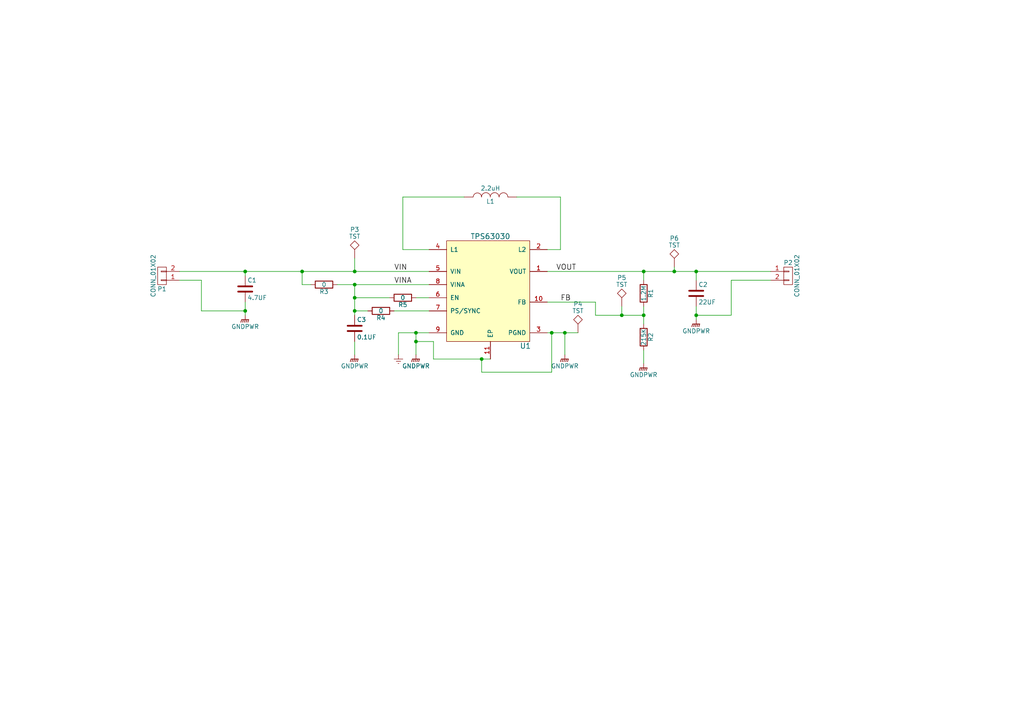
<source format=kicad_sch>
(kicad_sch (version 20230121) (generator eeschema)
  (paper "A4")
  (lib_symbols
    (symbol "PowerSwap-rescue:C" (pin_numbers hide) (pin_names (offset 0.254))
      (property "Reference" "C" (at 0.635 2.54 0))
      (property "Value" "C" (at 0.635 -2.54 0))
      (symbol "C_0_1"
        (polyline (pts (xy -2.032 -0.762) (xy 2.032 -0.762)) (stroke (width 0.508)))
        (polyline (pts (xy -2.032 0.762) (xy 2.032 0.762)) (stroke (width 0.508)))
      )
      (symbol "C_1_1"
        (pin passive line (at 0 3.81 270) (length 2.794) (name "~") (number "1"))
        (pin passive line (at 0 -3.81 90) (length 2.794) (name "~") (number "2"))
      )
    )
    (symbol "PowerSwap-rescue:CONN_01X02" (pin_names (offset 1.016) hide)
      (property "Reference" "P" (at 0 3.81 0))
      (property "Value" "CONN_01X02" (at 2.54 0 90))
      (symbol "CONN_01X02_0_1"
        (rectangle (start -1.27 -1.143) (end 0.254 -1.397))
        (rectangle (start -1.27 1.397) (end 0.254 1.143))
        (rectangle (start -1.27 2.54) (end 1.27 -2.54))
      )
      (symbol "CONN_01X02_1_1"
        (pin passive line (at -5.08 1.27 0) (length 3.81) (name "P1") (number "1"))
        (pin passive line (at -5.08 -1.27 0) (length 3.81) (name "P2") (number "2"))
      )
    )
    (symbol "PowerSwap-rescue:Earth" (power) (pin_names (offset 0))
      (symbol "Earth_0_1"
        (polyline (pts (xy -0.635 -1.905) (xy 0.635 -1.905)))
        (polyline (pts (xy -0.127 -2.54) (xy 0.127 -2.54)))
        (polyline (pts (xy 0 -1.27) (xy 0 0)))
        (polyline (pts (xy 1.27 -1.27) (xy -1.27 -1.27)))
      )
      (symbol "Earth_1_1"
        (pin power_in line (at 0 0 270) (length 0) hide (name "Earth") (number "1"))
      )
    )
    (symbol "PowerSwap-rescue:GNDPWR" (power) (pin_names (offset 0))
      (property "Value" "GNDPWR" (at 0 -3.302 0))
      (symbol "GNDPWR_0_1"
        (polyline (pts (xy 0 -1.27) (xy 0 0)))
        (polyline (pts (xy -1.016 -1.27) (xy -1.27 -2.032) (xy -1.27 -2.032)) (stroke (width 0.2032)))
        (polyline (pts (xy -0.508 -1.27) (xy -0.762 -2.032) (xy -0.762 -2.032)) (stroke (width 0.2032)))
        (polyline (pts (xy 0 -1.27) (xy -0.254 -2.032) (xy -0.254 -2.032)) (stroke (width 0.2032)))
        (polyline (pts (xy 0.508 -1.27) (xy 0.254 -2.032) (xy 0.254 -2.032)) (stroke (width 0.2032)))
        (polyline (pts (xy 1.016 -1.27) (xy -1.016 -1.27) (xy -1.016 -1.27)) (stroke (width 0.2032)))
        (polyline (pts (xy 1.016 -1.27) (xy 0.762 -2.032) (xy 0.762 -2.032) (xy 0.762 -2.032)) (stroke (width 0.2032)))
      )
      (symbol "GNDPWR_1_1"
        (pin power_in line (at 0 0 90) (length 0) hide (name "GNDPWR") (number "1"))
      )
    )
    (symbol "PowerSwap-rescue:INDUCTOR" (pin_numbers hide) (pin_names (offset 1.016) hide)
      (property "Reference" "L" (at -1.27 0 90))
      (property "Value" "INDUCTOR" (at 2.54 0 90))
      (symbol "INDUCTOR_0_1"
        (arc (start 0.0254 -5.0546) (mid 1.2449 -3.8097) (end 0.0254 -2.54))
        (arc (start 0.0254 -2.5146) (mid 1.2703 -1.2444) (end 0.0254 0.0508))
        (arc (start 0.0254 0.0254) (mid 1.2703 1.2956) (end 0.0254 2.5908))
        (arc (start 0.0254 2.5654) (mid 1.1941 3.7595) (end 0.0254 4.9784))
      )
      (symbol "INDUCTOR_1_1"
        (pin passive line (at 0 7.62 270) (length 2.54) (name "1") (number "1"))
        (pin passive line (at 0 -7.62 90) (length 2.54) (name "2") (number "2"))
      )
    )
    (symbol "PowerSwap-rescue:R" (pin_numbers hide) (pin_names (offset 0))
      (property "Reference" "R" (at 2.032 0 90))
      (property "Value" "R" (at 0 0 90))
      (symbol "R_0_1"
        (rectangle (start -1.016 -2.54) (end 1.016 2.54) (stroke (width 0.254)))
      )
      (symbol "R_1_1"
        (pin passive line (at 0 3.81 270) (length 1.27) (name "~") (number "1"))
        (pin passive line (at 0 -3.81 90) (length 1.27) (name "~") (number "2"))
      )
    )
    (symbol "PowerSwap-rescue:TST" (pin_numbers hide) (pin_names (offset 1.016) hide)
      (property "Reference" "P" (at 0 7.62 0))
      (property "Value" "TST" (at 0 6.35 0))
      (symbol "TST_0_1"
        (polyline (pts (xy 0 5.08) (xy -1.27 3.81) (xy 0 2.54) (xy 1.27 3.81) (xy 0 5.08) (xy 0 5.08)))
      )
      (symbol "TST_1_1"
        (pin passive line (at 0 0 90) (length 2.54) (name "~") (number "1"))
      )
    )
    (symbol "PowerSwap:TPS63030" (pin_names (offset 1.016))
      (property "Reference" "U" (at 10.16 -13.97 0))
      (property "Value" "TPS63030" (at 0 17.78 0))
      (symbol "TPS63030_0_1"
        (rectangle (start -12.7 16.51) (end 11.43 -12.7) (fill (type background)))
      )
      (symbol "TPS63030_1_1"
        (pin input line (at 16.51 7.62 180) (length 5.08) (name "VOUT") (number "1"))
        (pin input line (at 16.51 -1.27 180) (length 5.08) (name "FB") (number "10"))
        (pin input line (at 0 -17.78 90) (length 5.08) (name "EP") (number "11"))
        (pin input line (at 16.51 13.97 180) (length 5.08) (name "L2") (number "2"))
        (pin input line (at 16.51 -10.16 180) (length 5.08) (name "PGND") (number "3"))
        (pin input line (at -17.78 13.97 0) (length 5.08) (name "L1") (number "4"))
        (pin input line (at -17.78 7.62 0) (length 5.08) (name "VIN") (number "5"))
        (pin input line (at -17.78 0 0) (length 5.08) (name "EN") (number "6"))
        (pin input line (at -17.78 -3.81 0) (length 5.08) (name "PS/SYNC") (number "7"))
        (pin input line (at -17.78 3.81 0) (length 5.08) (name "VINA") (number "8"))
        (pin input line (at -17.78 -10.16 0) (length 5.08) (name "GND") (number "9"))
      )
    )
  )
  (junction (at 163.83 96.52))
  (junction (at 160.02 96.52))
  (junction (at 201.93 91.44))
  (junction (at 195.58 78.74))
  (junction (at 102.87 86.36))
  (junction (at 87.63 78.74))
  (junction (at 102.87 82.55))
  (junction (at 139.7 104.14))
  (junction (at 71.12 78.74))
  (junction (at 102.87 90.17))
  (junction (at 102.87 78.74))
  (junction (at 186.69 91.44))
  (junction (at 186.69 78.74))
  (junction (at 120.65 99.06))
  (junction (at 201.93 78.74))
  (junction (at 120.65 96.52))
  (junction (at 180.34 91.44))
  (junction (at 71.12 90.17))
  (wire (pts (xy 195.58 78.74) (xy 201.93 78.74)))
  (wire (pts (xy 71.12 87.63) (xy 71.12 90.17)))
  (wire (pts (xy 97.79 82.55) (xy 102.87 82.55)))
  (wire (pts (xy 106.68 90.17) (xy 102.87 90.17)))
  (wire (pts (xy 120.65 96.52) (xy 124.46 96.52)))
  (wire (pts (xy 124.46 90.17) (xy 114.3 90.17)))
  (wire (pts (xy 102.87 90.17) (xy 102.87 91.44)))
  (wire (pts (xy 201.93 88.9) (xy 201.93 91.44)))
  (wire (pts (xy 87.63 82.55) (xy 87.63 78.74)))
  (wire (pts (xy 90.17 82.55) (xy 87.63 82.55)))
  (wire (pts (xy 186.69 78.74) (xy 195.58 78.74)))
  (wire (pts (xy 52.07 78.74) (xy 71.12 78.74)))
  (wire (pts (xy 162.56 72.39) (xy 158.75 72.39)))
  (wire (pts (xy 116.84 57.15) (xy 134.62 57.15)))
  (wire (pts (xy 172.72 87.63) (xy 172.72 91.44)))
  (wire (pts (xy 212.09 91.44) (xy 201.93 91.44)))
  (wire (pts (xy 163.83 96.52) (xy 167.64 96.52)))
  (wire (pts (xy 186.69 101.6) (xy 186.69 105.41)))
  (wire (pts (xy 58.42 90.17) (xy 71.12 90.17)))
  (wire (pts (xy 120.65 99.06) (xy 120.65 96.52)))
  (wire (pts (xy 102.87 82.55) (xy 102.87 86.36)))
  (wire (pts (xy 71.12 90.17) (xy 71.12 91.44)))
  (wire (pts (xy 201.93 78.74) (xy 223.52 78.74)))
  (wire (pts (xy 186.69 91.44) (xy 186.69 93.98)))
  (wire (pts (xy 102.87 82.55) (xy 124.46 82.55)))
  (wire (pts (xy 116.84 72.39) (xy 116.84 57.15)))
  (wire (pts (xy 162.56 57.15) (xy 162.56 72.39)))
  (wire (pts (xy 125.73 104.14) (xy 125.73 99.06)))
  (wire (pts (xy 120.65 102.87) (xy 120.65 99.06)))
  (wire (pts (xy 87.63 78.74) (xy 102.87 78.74)))
  (wire (pts (xy 102.87 99.06) (xy 102.87 102.87)))
  (wire (pts (xy 201.93 78.74) (xy 201.93 81.28)))
  (wire (pts (xy 115.57 96.52) (xy 120.65 96.52)))
  (wire (pts (xy 172.72 91.44) (xy 180.34 91.44)))
  (wire (pts (xy 102.87 78.74) (xy 124.46 78.74)))
  (wire (pts (xy 102.87 86.36) (xy 113.03 86.36)))
  (wire (pts (xy 71.12 78.74) (xy 71.12 80.01)))
  (wire (pts (xy 160.02 96.52) (xy 163.83 96.52)))
  (wire (pts (xy 115.57 102.87) (xy 115.57 96.52)))
  (wire (pts (xy 142.24 104.14) (xy 139.7 104.14)))
  (wire (pts (xy 71.12 78.74) (xy 87.63 78.74)))
  (wire (pts (xy 124.46 72.39) (xy 116.84 72.39)))
  (wire (pts (xy 223.52 81.28) (xy 212.09 81.28)))
  (wire (pts (xy 158.75 96.52) (xy 160.02 96.52)))
  (wire (pts (xy 125.73 99.06) (xy 120.65 99.06)))
  (wire (pts (xy 195.58 78.74) (xy 195.58 77.47)))
  (wire (pts (xy 52.07 81.28) (xy 58.42 81.28)))
  (wire (pts (xy 149.86 57.15) (xy 162.56 57.15)))
  (wire (pts (xy 58.42 81.28) (xy 58.42 90.17)))
  (wire (pts (xy 139.7 107.95) (xy 160.02 107.95)))
  (wire (pts (xy 186.69 88.9) (xy 186.69 91.44)))
  (wire (pts (xy 201.93 91.44) (xy 201.93 92.71)))
  (wire (pts (xy 102.87 74.93) (xy 102.87 78.74)))
  (wire (pts (xy 163.83 96.52) (xy 163.83 102.87)))
  (wire (pts (xy 158.75 78.74) (xy 186.69 78.74)))
  (wire (pts (xy 186.69 78.74) (xy 186.69 81.28)))
  (wire (pts (xy 124.46 86.36) (xy 120.65 86.36)))
  (wire (pts (xy 139.7 104.14) (xy 139.7 107.95)))
  (wire (pts (xy 212.09 81.28) (xy 212.09 91.44)))
  (wire (pts (xy 139.7 104.14) (xy 125.73 104.14)))
  (wire (pts (xy 180.34 91.44) (xy 186.69 91.44)))
  (wire (pts (xy 102.87 86.36) (xy 102.87 90.17)))
  (wire (pts (xy 160.02 107.95) (xy 160.02 96.52)))
  (wire (pts (xy 180.34 88.9) (xy 180.34 91.44)))
  (wire (pts (xy 158.75 87.63) (xy 172.72 87.63)))
  (label "VIN" (at 114.3 78.74 0) (effects (font (size 1.524 1.524))))
  (label "VINA" (at 114.3 82.55 0) (effects (font (size 1.524 1.524))))
  (label "VOUT" (at 161.29 78.74 0) (effects (font (size 1.524 1.524))))
  (label "FB" (at 162.56 87.63 0) (effects (font (size 1.524 1.524))))
  (symbol (lib_id "PowerSwap:TPS63030") (at 142.24 86.36 0) (unit 1)
    (property "Reference" "U1" (at 152.4 100.33 0) (effects (font (size 1.524 1.524))))
    (property "Value" "TPS63030" (at 142.24 68.58 0) (effects (font (size 1.524 1.524))))
    (property "Footprint" "PowerSwap:TPS63030" (effects hide))
  )
  (symbol (lib_id "PowerSwap-rescue:INDUCTOR") (at 142.24 57.15 90) (unit 1)
    (property "Reference" "L1" (at 142.24 58.42 90))
    (property "Value" "2.2uH" (at 142.24 54.61 90))
    (property "Footprint" "PowerSwap:LQH3NPN2R2MM0L" (effects hide))
    (property "MPN" "LQH3NPN2R2MM0L" (effects hide))
    (property "Link" "http://parts.io/detail/2903506/LQH3NPN2R2MM0L" (effects hide))
  )
  (symbol (lib_id "PowerSwap-rescue:C") (at 71.12 83.82 0) (unit 1)
    (property "Reference" "C1" (at 71.755 81.28 0) (effects (justify left)))
    (property "Value" "4.7UF" (at 71.755 86.36 0) (effects (justify left)))
    (property "Footprint" "Capacitors_SMD:C_0805" (effects hide))
  )
  (symbol (lib_id "PowerSwap-rescue:C") (at 201.93 85.09 0) (unit 1)
    (property "Reference" "C2" (at 202.565 82.55 0) (effects (justify left)))
    (property "Value" "22UF" (at 202.565 87.63 0) (effects (justify left)))
    (property "Footprint" "Capacitors_SMD:C_1210" (effects hide))
  )
  (symbol (lib_id "PowerSwap-rescue:R") (at 186.69 85.09 0) (unit 1)
    (property "Reference" "R1" (at 188.722 85.09 90))
    (property "Value" "1.2M" (at 186.69 85.09 90))
    (property "Footprint" "Resistors_SMD:R_0805" (effects hide))
  )
  (symbol (lib_id "PowerSwap-rescue:R") (at 186.69 97.79 0) (unit 1)
    (property "Reference" "R2" (at 188.722 97.79 90))
    (property "Value" "215K" (at 186.69 97.79 90))
    (property "Footprint" "Resistors_SMD:R_0805" (effects hide))
  )
  (symbol (lib_id "PowerSwap-rescue:Earth") (at 115.57 102.87 0) (unit 1)
    (property "Reference" "#PWR01" (effects hide))
    (property "Value" "Earth" (effects hide))
  )
  (symbol (lib_id "PowerSwap-rescue:GNDPWR") (at 120.65 102.87 0) (unit 1)
    (property "Reference" "#PWR02" (effects hide))
    (property "Value" "GNDPWR" (at 120.65 106.172 0))
  )
  (symbol (lib_id "PowerSwap-rescue:GNDPWR") (at 163.83 102.87 0) (unit 1)
    (property "Reference" "#PWR03" (effects hide))
    (property "Value" "GNDPWR" (at 163.83 106.172 0))
  )
  (symbol (lib_id "PowerSwap-rescue:GNDPWR") (at 186.69 105.41 0) (unit 1)
    (property "Reference" "#PWR04" (effects hide))
    (property "Value" "GNDPWR" (at 186.69 108.712 0))
  )
  (symbol (lib_id "PowerSwap-rescue:GNDPWR") (at 201.93 92.71 0) (unit 1)
    (property "Reference" "#PWR05" (effects hide))
    (property "Value" "GNDPWR" (at 201.93 96.012 0))
  )
  (symbol (lib_id "PowerSwap-rescue:GNDPWR") (at 71.12 91.44 0) (unit 1)
    (property "Reference" "#PWR06" (effects hide))
    (property "Value" "GNDPWR" (at 71.12 94.742 0))
  )
  (symbol (lib_id "PowerSwap-rescue:R") (at 116.84 86.36 270) (unit 1)
    (property "Reference" "R5" (at 116.84 88.392 90))
    (property "Value" "0" (at 116.84 86.36 90))
    (property "Footprint" "Resistors_SMD:R_0805" (effects hide))
  )
  (symbol (lib_id "PowerSwap-rescue:R") (at 110.49 90.17 270) (unit 1)
    (property "Reference" "R4" (at 110.49 92.202 90))
    (property "Value" "0" (at 110.49 90.17 90))
    (property "Footprint" "Resistors_SMD:R_0805" (effects hide))
  )
  (symbol (lib_id "PowerSwap-rescue:CONN_01X02") (at 228.6 80.01 0) (unit 1)
    (property "Reference" "P2" (at 228.6 76.2 0))
    (property "Value" "CONN_01X02" (at 231.14 80.01 90))
    (property "Footprint" "Pin_Headers:Pin_Header_Straight_1x02" (effects hide))
  )
  (symbol (lib_id "PowerSwap-rescue:CONN_01X02") (at 46.99 80.01 180) (unit 1)
    (property "Reference" "P1" (at 46.99 83.82 0))
    (property "Value" "CONN_01X02" (at 44.45 80.01 90))
    (property "Footprint" "Pin_Headers:Pin_Header_Straight_1x02" (effects hide))
  )
  (symbol (lib_id "PowerSwap-rescue:R") (at 93.98 82.55 270) (unit 1)
    (property "Reference" "R3" (at 93.98 84.582 90))
    (property "Value" "0" (at 93.98 82.55 90))
    (property "Footprint" "Resistors_SMD:R_0805" (effects hide))
  )
  (symbol (lib_id "PowerSwap-rescue:C") (at 102.87 95.25 0) (unit 1)
    (property "Reference" "C3" (at 103.505 92.71 0) (effects (justify left)))
    (property "Value" "0.1UF" (at 103.505 97.79 0) (effects (justify left)))
    (property "Footprint" "Capacitors_SMD:C_0805" (effects hide))
  )
  (symbol (lib_id "PowerSwap-rescue:GNDPWR") (at 102.87 102.87 0) (unit 1)
    (property "Reference" "#PWR07" (effects hide))
    (property "Value" "GNDPWR" (at 102.87 106.172 0))
  )
  (symbol (lib_id "PowerSwap-rescue:TST") (at 102.87 74.93 0) (unit 1)
    (property "Reference" "P3" (at 102.87 67.31 0) (effects (justify bottom)))
    (property "Value" "TST" (at 102.87 68.58 0))
    (property "Footprint" "Measurement_Points:Measurement_Point_Square-SMD-Pad_Small" (effects hide))
  )
  (symbol (lib_id "PowerSwap-rescue:TST") (at 180.34 88.9 0) (unit 1)
    (property "Reference" "P5" (at 180.34 81.28 0) (effects (justify bottom)))
    (property "Value" "TST" (at 180.34 82.55 0))
    (property "Footprint" "Measurement_Points:Measurement_Point_Square-SMD-Pad_Small" (effects hide))
  )
  (symbol (lib_id "PowerSwap-rescue:TST") (at 167.64 96.52 0) (unit 1)
    (property "Reference" "P4" (at 167.64 88.9 0) (effects (justify bottom)))
    (property "Value" "TST" (at 167.64 90.17 0))
    (property "Footprint" "Measurement_Points:Measurement_Point_Square-SMD-Pad_Small" (effects hide))
  )
  (symbol (lib_id "PowerSwap-rescue:TST") (at 195.58 77.47 0) (unit 1)
    (property "Reference" "P6" (at 195.58 69.85 0) (effects (justify bottom)))
    (property "Value" "TST" (at 195.58 71.12 0))
    (property "Footprint" "Measurement_Points:Measurement_Point_Square-SMD-Pad_Small" (effects hide))
  )
)
</source>
